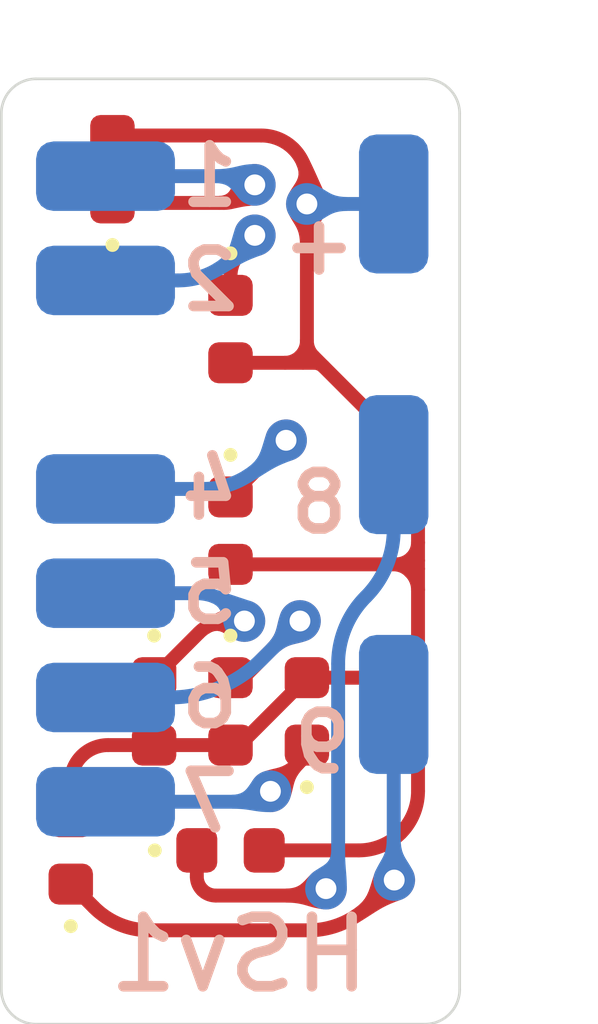
<source format=kicad_pcb>
(kicad_pcb (version 20221018) (generator pcbnew)
  (title_block (title "HS") (rev "v1"))
  (layers (0 "F.Cu" signal) (31 "B.Cu" signal) (34 "B.Paste" user) (35 "F.Paste" user) (36 "B.SilkS" user "B.Silkscreen") (37 "F.SilkS" user "F.Silkscreen") (38 "B.Mask" user) (39 "F.Mask" user) (44 "Edge.Cuts" user))
  (net 0 "")
  (net 1 "Net-(D1-Pad1)")
  (net 2 "Net-(D2-Pad1)")
  (net 3 "Net-(D1-Pad2)")
  (net 4 "Net-(J4-Pad1)")
  (net 5 "Net-(J5-Pad1)")
  (net 6 "Net-(J6-Pad1)")
  (net 7 "Net-(J7-Pad1)")
  (net 8 "Net-(J8-Pad1)")
  (net 9 "Net-(J9-Pad1)")
  (footprint "LED_SMD:LED_0402_1005Metric" (layer "F.Cu") (at 123.3 84.1)
    (fp_text reference "D9" hide)
    (fp_text value "LED_Y")
    (fp_circle (center -1.09 0) (end -1.04 0) (stroke (width 0.1)) (fill none) (layer "F.SilkS"))
    (pad "1" smd roundrect locked (at -0.485 0) (size 0.59 0.64) (layers "F.Cu" "F.Paste" "F.Mask") (net 8 "Net-(J8-Pad1)"))
    (pad "2" smd roundrect locked (at 0.485 0) (size 0.59 0.64) (layers "F.Cu" "F.Paste" "F.Mask") (net 3 "Net-(D1-Pad2)"))
  )
  (footprint "LED_SMD:LED_0402_1005Metric" (layer "F.Cu") (at 123.3 82.1 -90)
    (fp_text reference "D7" hide)
    (fp_text value "LED_W")
    (fp_circle (center -1.09 0) (end -1.04 0) (stroke (width 0.1)) (fill none) (layer "F.SilkS"))
    (pad "1" smd roundrect locked (at -0.485 0 270) (size 0.59 0.64) (layers "F.Cu" "F.Paste" "F.Mask") (net 6 "Net-(J6-Pad1)"))
    (pad "2" smd roundrect locked (at 0.485 0 270) (size 0.59 0.64) (layers "F.Cu" "F.Paste" "F.Mask") (net 3 "Net-(D1-Pad2)"))
  )
  (footprint "LED_SMD:LED_0402_1005Metric" (layer "F.Cu") (at 121.6 74.3 90)
    (fp_text reference "D1" hide)
    (fp_text value "LED_W")
    (fp_circle (center -1.09 0) (end -1.04 0) (stroke (width 0.1)) (fill none) (layer "F.SilkS"))
    (pad "1" smd roundrect locked (at -0.485 0 90) (size 0.59 0.64) (layers "F.Cu" "F.Paste" "F.Mask") (net 1 "Net-(D1-Pad1)"))
    (pad "2" smd roundrect locked (at 0.485 0 90) (size 0.59 0.64) (layers "F.Cu" "F.Paste" "F.Mask") (net 3 "Net-(D1-Pad2)"))
  )
  (footprint "LED_SMD:LED_0402_1005Metric" (layer "F.Cu") (at 124.4 82.1 90)
    (fp_text reference "D8" hide)
    (fp_text value "LED_Y")
    (fp_circle (center -1.09 0) (end -1.04 0) (stroke (width 0.1)) (fill none) (layer "F.SilkS"))
    (pad "1" smd roundrect (at -0.485 0 90) (size 0.59 0.64) (layers "F.Cu" "F.Paste" "F.Mask") (net 7 "Net-(J7-Pad1)"))
    (pad "2" smd roundrect (at 0.485 0 90) (size 0.59 0.64) (layers "F.Cu" "F.Paste" "F.Mask") (net 3 "Net-(D1-Pad2)"))
  )
  (footprint "LED_SMD:LED_0402_1005Metric" (layer "F.Cu") (at 123.3 79.5 -90)
    (fp_text reference "D3" hide)
    (fp_text value "LED_G")
    (fp_circle (center -1.09 0) (end -1.04 0) (stroke (width 0.1)) (fill none) (layer "F.SilkS"))
    (pad "1" smd roundrect (at -0.485 0 270) (size 0.59 0.64) (layers "F.Cu" "F.Paste" "F.Mask") (net 4 "Net-(J4-Pad1)"))
    (pad "2" smd roundrect (at 0.485 0 270) (size 0.59 0.64) (layers "F.Cu" "F.Paste" "F.Mask") (net 3 "Net-(D1-Pad2)"))
  )
  (footprint "LED_SMD:LED_0402_1005Metric" (layer "F.Cu") (at 122.2 82.1 -90)
    (fp_text reference "D6" hide)
    (fp_text value "LED_Y")
    (fp_circle (center -1.09 0) (end -1.04 0) (stroke (width 0.1)) (fill none) (layer "F.SilkS"))
    (pad "1" smd roundrect locked (at -0.485 0 270) (size 0.59 0.64) (layers "F.Cu" "F.Paste" "F.Mask") (net 5 "Net-(J5-Pad1)"))
    (pad "2" smd roundrect locked (at 0.485 0 270) (size 0.59 0.64) (layers "F.Cu" "F.Paste" "F.Mask") (net 3 "Net-(D1-Pad2)"))
  )
  (footprint "LED_SMD:LED_0402_1005Metric" (layer "F.Cu") (at 123.3 76.6 -90)
    (fp_text reference "D2" hide)
    (fp_text value "LED_R")
    (fp_circle (center -1.09 0) (end -1.04 0) (stroke (width 0.1)) (fill none) (layer "F.SilkS"))
    (pad "1" smd roundrect locked (at -0.485 0 270) (size 0.59 0.64) (layers "F.Cu" "F.Paste" "F.Mask") (net 2 "Net-(D2-Pad1)"))
    (pad "2" smd roundrect locked (at 0.485 0 270) (size 0.59 0.64) (layers "F.Cu" "F.Paste" "F.Mask") (net 3 "Net-(D1-Pad2)"))
  )
  (footprint "LED_SMD:LED_0402_1005Metric" (layer "F.Cu") (at 121 84.1 90)
    (fp_text reference "D10" hide)
    (fp_text value "LED_W")
    (fp_circle (center -1.09 0) (end -1.04 0) (stroke (width 0.1)) (fill none) (layer "F.SilkS"))
    (pad "1" smd roundrect locked (at -0.485 0 90) (size 0.59 0.64) (layers "F.Cu" "F.Paste" "F.Mask") (net 9 "Net-(J9-Pad1)"))
    (pad "2" smd roundrect locked (at 0.485 0 90) (size 0.59 0.64) (layers "F.Cu" "F.Paste" "F.Mask") (net 3 "Net-(D1-Pad2)"))
  )
  (footprint "Connector_Wire:SolderWirePad_1x01_SMD_1x2mm" (layer "B.Cu") (at 121.5 80.4 -90)
    (fp_text reference "J5" hide)
    (fp_text value "Zs7-3")
    (pad "1" smd roundrect (at 0 0 270) (size 1 2) (layers "B.Cu" "B.Paste" "B.Mask") (net 5 "Net-(J5-Pad1)"))
  )
  (footprint "Connector_Wire:SolderWirePad_1x01_SMD_1x2mm" (layer "B.Cu") (at 121.5 74.4 -90)
    (fp_text reference "J1" hide)
    (fp_text value "VkzBw")
    (pad "1" smd roundrect (at 0 0 270) (size 1 2) (layers "B.Cu" "B.Paste" "B.Mask") (net 1 "Net-(D1-Pad1)"))
  )
  (footprint "Connector_Wire:SolderWirePad_1x01_SMD_1x2mm" (layer "B.Cu") (at 121.5 78.9 -90)
    (fp_text reference "J4" hide)
    (fp_text value "GRÜN")
    (pad "1" smd roundrect (at 0 0 270) (size 1 2) (layers "B.Cu" "B.Paste" "B.Mask") (net 4 "Net-(J4-Pad1)"))
  )
  (footprint "Connector_Wire:SolderWirePad_1x01_SMD_1x2mm" (layer "B.Cu") (at 121.5 83.4 -90)
    (fp_text reference "J7" hide)
    (fp_text value "Zs7-1")
    (pad "1" smd roundrect (at 0 0 270) (size 1 2) (layers "B.Cu" "B.Paste" "B.Mask") (net 7 "Net-(J7-Pad1)"))
  )
  (footprint "Connector_Wire:SolderWirePad_1x01_SMD_1x2mm" (layer "B.Cu") (at 125.65 74.8 180)
    (fp_text reference "J0" hide)
    (fp_text value "VCC")
    (pad "1" smd roundrect (at 0 0 180) (size 1 2) (layers "B.Cu" "B.Paste" "B.Mask") (net 3 "Net-(D1-Pad2)"))
  )
  (footprint "Connector_Wire:SolderWirePad_1x01_SMD_1x2mm" (layer "B.Cu") (at 121.5 81.9 -90)
    (fp_text reference "J6" hide)
    (fp_text value "Ra")
    (pad "1" smd roundrect (at 0 0 270) (size 1 2) (layers "B.Cu" "B.Paste" "B.Mask") (net 6 "Net-(J6-Pad1)"))
  )
  (footprint "Connector_Wire:SolderWirePad_1x01_SMD_1x2mm" (layer "B.Cu") (at 121.5 75.9 -90)
    (fp_text reference "J2" hide)
    (fp_text value "ROT")
    (pad "1" smd roundrect (at 0 0 270) (size 1 2) (layers "B.Cu" "B.Paste" "B.Mask") (net 2 "Net-(D2-Pad1)"))
  )
  (footprint "Connector_Wire:SolderWirePad_1x01_SMD_1x2mm" (layer "B.Cu") (at 125.65 82 180)
    (fp_text reference "J9" hide)
    (fp_text value "Ra/Zs1")
    (pad "1" smd roundrect (at 0 0 180) (size 1 2) (layers "B.Cu" "B.Paste" "B.Mask") (net 9 "Net-(J9-Pad1)"))
  )
  (footprint "Connector_Wire:SolderWirePad_1x01_SMD_1x2mm" (layer "B.Cu") (at 125.65 78.55)
    (fp_text reference "J8" hide)
    (fp_text value "Zs7-2")
    (pad "1" smd roundrect (at 0 0) (size 1 2) (layers "B.Cu" "B.Paste" "B.Mask") (net 8 "Net-(J8-Pad1)"))
  )
  (gr_arc (start 126.6 86.1) (mid 126.453553 86.453553) (end 126.1 86.6) (stroke (width 0.0381)) (layer "Edge.Cuts"))
  (gr_line (start 120.5 86.6) (end 126.1 86.6) (stroke (width 0.0381)) (layer "Edge.Cuts"))
  (gr_line (start 120 86.1) (end 120 73.5) (stroke (width 0.0381)) (layer "Edge.Cuts"))
  (gr_line (start 120.5 73) (end 126.1 73) (stroke (width 0.0381)) (layer "Edge.Cuts"))
  (gr_arc (start 120.5 86.6) (mid 120.146447 86.453553) (end 120 86.1) (stroke (width 0.0381)) (layer "Edge.Cuts"))
  (gr_line (start 126.6 86.1) (end 126.6 73.5) (stroke (width 0.0381)) (layer "Edge.Cuts"))
  (gr_arc (start 126.1 73) (mid 126.453553 73.146447) (end 126.6 73.5) (stroke (width 0.0381)) (layer "Edge.Cuts"))
  (gr_arc (start 120 73.5) (mid 120.146447 73.146447) (end 120.5 73) (stroke (width 0.0381)) (layer "Edge.Cuts"))
  (gr_text "7" (at 123 83.4) (layer "B.SilkS") (effects (font (size 0.8128 0.8128) (thickness 0.1524)) (justify mirror)))
  (gr_text "1" (at 123 74.4) (layer "B.SilkS") (effects (font (size 0.8128 0.8128) (thickness 0.1524)) (justify mirror)))
  (gr_text "+" (at 124.575 75.375) (layer "B.SilkS") (effects (font (size 0.8128 0.8128) (thickness 0.1524)) (justify mirror)))
  (gr_text "9" (at 124.625 82.55) (layer "B.SilkS") (effects (font (size 0.8128 0.8128) (thickness 0.1524)) (justify mirror)))
  (gr_text "6" (at 123 81.9) (layer "B.SilkS") (effects (font (size 0.8128 0.8128) (thickness 0.1524)) (justify mirror)))
  (gr_text "HSv1" (at 123.425 85.6) (layer "B.SilkS") (effects (font (size 1 1) (thickness 0.1524)) (justify mirror)))
  (gr_text "4" (at 123 78.9) (layer "B.SilkS") (effects (font (size 0.8128 0.8128) (thickness 0.1524)) (justify mirror)))
  (gr_text "8" (at 124.575 79.1) (layer "B.SilkS") (effects (font (size 0.8128 0.8128) (thickness 0.1524)) (justify mirror)))
  (gr_text "2" (at 123 75.9) (layer "B.SilkS") (effects (font (size 0.8128 0.8128) (thickness 0.1524)) (justify mirror)))
  (gr_text "5" (at 123 80.4) (layer "B.SilkS") (effects (font (size 0.8128 0.8128) (thickness 0.1524)) (justify mirror)))
  (segment (start 123.206152 74.785) (end 121.6 74.785) (width 0.2) (layer "F.Cu") (net 1))
  (segment (start 123.52 74.655) (end 123.65 74.525) (width 0.2) (layer "F.Cu") (net 1))
  (via (at 123.65 74.525) (size 0.6) (drill 0.3) (layers "F.Cu" "B.Cu") (net 1))
  (arc (start 123.52 74.655) (mid 123.376005 74.751214) (end 123.206152 74.785) (width 0.2) (layer "F.Cu") (net 1))
  (segment (start 123.5875 74.4625) (end 123.65 74.525) (width 0.2) (layer "B.Cu") (net 1))
  (segment (start 123.436611 74.4) (end 121.5 74.4) (width 0.2) (layer "B.Cu") (net 1))
  (arc (start 123.436611 74.4) (mid 123.518271 74.416243) (end 123.5875 74.4625) (width 0.2) (layer "B.Cu") (net 1))
  (segment (start 123.65 75.251503) (end 123.475 75.426503) (width 0.2) (layer "F.Cu") (net 2))
  (segment (start 123.3 75.84899) (end 123.3 76.115) (width 0.2) (layer "F.Cu") (net 2))
  (via (at 123.65 75.251503) (size 0.6) (drill 0.3) (layers "F.Cu" "B.Cu") (net 2))
  (arc (start 123.3 75.84899) (mid 123.345481 75.620341) (end 123.475 75.426503) (width 0.2) (layer "F.Cu") (net 2))
  (segment (start 122.542946 75.9) (end 121.5 75.9) (width 0.2) (layer "B.Cu") (net 2))
  (segment (start 123.65 75.251503) (end 123.325751 75.575751) (width 0.2) (layer "B.Cu") (net 2))
  (arc (start 122.542946 75.9) (mid 122.966597 75.81573) (end 123.325751 75.575751) (width 0.2) (layer "B.Cu") (net 2))
  (segment (start 125.42625 81.615) (end 125.632972 81.615) (width 0.2) (layer "F.Cu") (net 3))
  (segment (start 123.742763 73.815) (end 121.6 73.815) (width 0.2) (layer "F.Cu") (net 3))
  (segment (start 124.4 81.615) (end 123.475961 82.539038) (width 0.2) (layer "F.Cu") (net 3))
  (segment (start 125.42625 81.615) (end 124.80375 81.615) (width 0.2) (layer "F.Cu") (net 3))
  (segment (start 122.2 82.585) (end 121.537738 82.585) (width 0.2) (layer "F.Cu") (net 3))
  (segment (start 125.74 81.615) (end 125.73875 81.615) (width 0.2) (layer "F.Cu") (net 3))
  (segment (start 125.146446 84.1) (end 123.785 84.1) (width 0.2) (layer "F.Cu") (net 3))
  (segment (start 125.73875 81.615) (end 125.73625 81.615) (width 0.2) (layer "F.Cu") (net 3))
  (segment (start 125.65 79.985) (end 125.684185 79.985) (width 0.2) (layer "F.Cu") (net 3))
  (segment (start 125.868033 81.668033) (end 125.9075 81.7075) (width 0.2) (layer "F.Cu") (net 3))
  (segment (start 124.6425 77.1425) (end 124.4925 76.9925) (width 0.2) (layer "F.Cu") (net 3))
  (segment (start 124.4 74.8) (end 124.4 74.472236) (width 0.2) (layer "F.Cu") (net 3))
  (segment (start 124.084185 77.085) (end 123.3 77.085) (width 0.2) (layer "F.Cu") (net 3))
  (segment (start 126 80.047972) (end 126 80.352027) (width 0.2) (layer "F.Cu") (net 3))
  (segment (start 124.503682 77.085) (end 124.345814 77.085) (width 0.2) (layer "F.Cu") (net 3))
  (segment (start 124.084185 77.085) (end 124.345814 77.085) (width 0.2) (layer "F.Cu") (net 3))
  (segment (start 126 81.930814) (end 126 81.669185) (width 0.2) (layer "F.Cu") (net 3))
  (segment (start 122.2 82.585) (end 123.105 82.585) (width 0.2) (layer "F.Cu") (net 3))
  (segment (start 124.80375 81.615) (end 125.42625 81.615) (width 0.2) (layer "F.Cu") (net 3))
  (segment (start 125.8925 80.0925) (end 125.880459 80.080459) (width 0.2) (layer "F.Cu") (net 3))
  (segment (start 126 83.246446) (end 126 81.930814) (width 0.2) (layer "F.Cu") (net 3))
  (segment (start 126 80.352027) (end 126 81.265407) (width 0.2) (layer "F.Cu") (net 3))
  (segment (start 126 79.930814) (end 126 79.669185) (width 0.2) (layer "F.Cu") (net 3))
  (segment (start 124.6425 77.1425) (end 125.54038 78.04038) (width 0.2) (layer "F.Cu") (net 3))
  (segment (start 126 81.265407) (end 126 81.534592) (width 0.2) (layer "F.Cu") (net 3))
  (segment (start 121 83.122738) (end 121 83.615) (width 0.2) (layer "F.Cu") (net 3))
  (segment (start 126 79.15) (end 126 79.669185) (width 0.2) (layer "F.Cu") (net 3))
  (segment (start 125.65 79.985) (end 123.3 79.985) (width 0.2) (layer "F.Cu") (net 3))
  (segment (start 126 80.047972) (end 126 79.930814) (width 0.2) (layer "F.Cu") (net 3))
  (segment (start 126 81.669185) (end 126 81.534592) (width 0.2) (layer "F.Cu") (net 3))
  (segment (start 124.80375 81.615) (end 124.4 81.615) (width 0.2) (layer "F.Cu") (net 3))
  (segment (start 125.892499 81.507499) (end 125.904828 81.495171) (width 0.2) (layer "F.Cu") (net 3))
  (segment (start 125.42625 81.615) (end 125.73625 81.615) (width 0.2) (layer "F.Cu") (net 3))
  (segment (start 124.4 74.8) (end 124.4 76.769185) (width 0.2) (layer "F.Cu") (net 3))
  (via (at 124.4 74.8) (size 0.6) (drill 0.3) (layers "F.Cu" "B.Cu") (net 3))
  (arc (start 125.9075 79.8925) (mid 125.805042 79.96096) (end 125.684185 79.985) (width 0.2) (layer "F.Cu") (net 3))
  (arc (start 124.4 74.472236) (mid 124.34997 74.220722) (end 124.2075 74.0075) (width 0.2) (layer "F.Cu") (net 3))
  (arc (start 126 83.246446) (mid 125.935027 83.573087) (end 125.75 83.85) (width 0.2) (layer "F.Cu") (net 3))
  (arc (start 125.9075 79.8925) (mid 125.96655 79.880753) (end 126 79.930814) (width 0.2) (layer "F.Cu") (net 3))
  (arc (start 126 81.534592) (mid 125.965584 81.483085) (end 125.904828 81.495171) (width 0.2) (layer "F.Cu") (net 3))
  (arc (start 126 79.15) (mid 125.880548 78.549478) (end 125.54038 78.04038) (width 0.2) (layer "F.Cu") (net 3))
  (arc (start 124.4 76.769185) (mid 124.37596 76.890042) (end 124.3075 76.9925) (width 0.2) (layer "F.Cu") (net 3))
  (arc (start 125.892499 81.507499) (mid 125.773427 81.587061) (end 125.632972 81.615) (width 0.2) (layer "F.Cu") (net 3))
  (arc (start 125.904828 81.495171) (mid 125.975265 81.389754) (end 126 81.265407) (width 0.2) (layer "F.Cu") (net 3))
  (arc (start 124.6425 77.1425) (mid 124.578809 77.099943) (end 124.503682 77.085) (width 0.2) (layer "F.Cu") (net 3))
  (arc (start 123.742763 73.815) (mid 123.994277 73.865029) (end 124.2075 74.0075) (width 0.2) (layer "F.Cu") (net 3))
  (arc (start 124.4 76.769185) (mid 124.424039 76.890042) (end 124.4925 76.9925) (width 0.2) (layer "F.Cu") (net 3))
  (arc (start 124.084185 77.085) (mid 124.205042 77.06096) (end 124.3075 76.9925) (width 0.2) (layer "F.Cu") (net 3))
  (arc (start 126 80.047972) (mid 125.961126 80.10615) (end 125.8925 80.0925) (width 0.2) (layer "F.Cu") (net 3))
  (arc (start 126 81.669185) (mid 125.96655 81.719245) (end 125.9075 81.7075) (width 0.2) (layer "F.Cu") (net 3))
  (arc (start 126 81.930814) (mid 125.97596 81.809957) (end 125.9075 81.7075) (width 0.2) (layer "F.Cu") (net 3))
  (arc (start 124.345814 77.085) (mid 124.295753 77.05155) (end 124.3075 76.9925) (width 0.2) (layer "F.Cu") (net 3))
  (arc (start 125.42625 81.615) (mid 125.42625 81.615) (end 125.42625 81.615) (width 0.2) (layer "F.Cu") (net 3))
  (arc (start 125.146446 84.1) (mid 125.473087 84.035027) (end 125.75 83.85) (width 0.2) (layer "F.Cu") (net 3))
  (arc (start 121.537738 82.585) (mid 121.331954 82.625932) (end 121.1575 82.7425) (width 0.2) (layer "F.Cu") (net 3))
  (arc (start 125.868033 81.668033) (mid 125.80929 81.628782) (end 125.74 81.615) (width 0.2) (layer "F.Cu") (net 3))
  (arc (start 121.1575 82.7425) (mid 121.040932 82.916954) (end 121 83.122738) (width 0.2) (layer "F.Cu") (net 3))
  (arc (start 125.8925 80.0925) (mid 125.972061 80.211572) (end 126 80.352027) (width 0.2) (layer "F.Cu") (net 3))
  (arc (start 125.9075 79.8925) (mid 125.97596 79.790042) (end 126 79.669185) (width 0.2) (layer "F.Cu") (net 3))
  (arc (start 124.4925 76.9925) (mid 124.4 76.954185) (end 124.3075 76.9925) (width 0.2) (layer "F.Cu") (net 3))
  (arc (start 125.65 79.985) (mid 125.774723 80.009808) (end 125.880459 80.080459) (width 0.2) (layer "F.Cu") (net 3))
  (segment (start 124.4 74.8) (end 125.4 74.8) (width 0.2) (layer "B.Cu") (net 3))
  (segment (start 124.1 78.2) (end 123.305303 78.994696) (width 0.2) (layer "F.Cu") (net 4))
  (via (at 124.1 78.2) (size 0.6) (drill 0.3) (layers "F.Cu" "B.Cu") (net 4))
  (segment (start 124.1 78.2) (end 123.75 78.55) (width 0.2) (layer "B.Cu") (net 4))
  (segment (start 122.905025 78.9) (end 121.5 78.9) (width 0.2) (layer "B.Cu") (net 4))
  (arc (start 122.905025 78.9) (mid 123.362322 78.809037) (end 123.75 78.55) (width 0.2) (layer "B.Cu") (net 4))
  (segment (start 122.843526 80.971473) (end 122.2 81.615) (width 0.2) (layer "F.Cu") (net 5))
  (segment (start 123.5 80.8) (end 123.2575 80.8) (width 0.2) (layer "F.Cu") (net 5))
  (via (at 123.5 80.8) (size 0.6) (drill 0.3) (layers "F.Cu" "B.Cu") (net 5))
  (arc (start 122.843526 80.971473) (mid 123.033459 80.844564) (end 123.2575 80.8) (width 0.2) (layer "F.Cu") (net 5))
  (segment (start 122.817157 80.4) (end 121.5 80.4) (width 0.2) (layer "B.Cu") (net 5))
  (segment (start 123.5 80.8) (end 123.3 80.6) (width 0.2) (layer "B.Cu") (net 5))
  (arc (start 122.817157 80.4) (mid 123.078469 80.451978) (end 123.3 80.6) (width 0.2) (layer "B.Cu") (net 5))
  (segment (start 124.3 80.8) (end 123.550407 81.549592) (width 0.2) (layer "F.Cu") (net 6))
  (via (at 124.3 80.8) (size 0.6) (drill 0.3) (layers "F.Cu" "B.Cu") (net 6))
  (arc (start 123.550407 81.549592) (mid 123.477958 81.598001) (end 123.3925 81.615) (width 0.2) (layer "F.Cu") (net 6))
  (segment (start 122.422182 81.9) (end 121.5 81.9) (width 0.2) (layer "B.Cu") (net 6))
  (segment (start 124.3 80.8) (end 123.75 81.35) (width 0.2) (layer "B.Cu") (net 6))
  (arc (start 123.75 81.35) (mid 123.140792 81.757059) (end 122.422182 81.9) (width 0.2) (layer "B.Cu") (net 6))
  (segment (start 123.875 83.25) (end 124.350502 82.774497) (width 0.2) (layer "F.Cu") (net 7))
  (via (at 123.875 83.25) (size 0.6) (drill 0.3) (layers "F.Cu" "B.Cu") (net 7))
  (segment (start 123.618933 83.4) (end 121.5 83.4) (width 0.2) (layer "B.Cu") (net 7))
  (segment (start 123.8 83.325) (end 123.875 83.25) (width 0.2) (layer "B.Cu") (net 7))
  (arc (start 123.618933 83.4) (mid 123.716925 83.380508) (end 123.8 83.325) (width 0.2) (layer "B.Cu") (net 7))
  (segment (start 124.504289 84.75) (end 123.088137 84.75) (width 0.2) (layer "F.Cu") (net 8))
  (segment (start 122.815 84.476862) (end 122.815 84.1) (width 0.2) (layer "F.Cu") (net 8))
  (segment (start 124.625 84.7) (end 124.675 84.65) (width 0.2) (layer "F.Cu") (net 8))
  (via (at 124.675 84.65) (size 0.6) (drill 0.3) (layers "F.Cu" "B.Cu") (net 8))
  (arc (start 123.088137 84.75) (mid 122.983612 84.729208) (end 122.895 84.67) (width 0.2) (layer "F.Cu") (net 8))
  (arc (start 122.815 84.476862) (mid 122.835791 84.581387) (end 122.895 84.67) (width 0.2) (layer "F.Cu") (net 8))
  (arc (start 124.504289 84.75) (mid 124.569617 84.737005) (end 124.625 84.7) (width 0.2) (layer "F.Cu") (net 8))
  (segment (start 124.85 84.351256) (end 124.85 81.415685) (width 0.2) (layer "B.Cu") (net 8))
  (segment (start 124.7625 84.5625) (end 124.675 84.65) (width 0.2) (layer "B.Cu") (net 8))
  (segment (start 125.65 79.484314) (end 125.65 78.55) (width 0.2) (layer "B.Cu") (net 8))
  (arc (start 125.25 80.45) (mid 125.546043 80.006939) (end 125.65 79.484314) (width 0.2) (layer "B.Cu") (net 8))
  (arc (start 125.25 80.45) (mid 124.953956 80.89306) (end 124.85 81.415685) (width 0.2) (layer "B.Cu") (net 8))
  (arc (start 124.7625 84.5625) (mid 124.827259 84.46558) (end 124.85 84.351256) (width 0.2) (layer "B.Cu") (net 8))
  (segment (start 122.135226 85.25) (end 124.422449 85.25) (width 0.2) (layer "F.Cu") (net 9))
  (segment (start 121.3325 84.9175) (end 121 84.585) (width 0.2) (layer "F.Cu") (net 9))
  (segment (start 125.657307 84.526637) (end 125.295625 84.888318) (width 0.2) (layer "F.Cu") (net 9))
  (via (at 125.657307 84.526637) (size 0.6) (drill 0.3) (layers "F.Cu" "B.Cu") (net 9))
  (arc (start 122.135226 85.25) (mid 121.700793 85.163586) (end 121.3325 84.9175) (width 0.2) (layer "F.Cu") (net 9))
  (arc (start 124.422449 85.25) (mid 124.895008 85.156001) (end 125.295625 84.888318) (width 0.2) (layer "F.Cu") (net 9))
  (segment (start 125.657307 84.526637) (end 125.653653 84.522983) (width 0.2) (layer "B.Cu") (net 9))
  (segment (start 125.65 84.514163) (end 125.65 82) (width 0.2) (layer "B.Cu") (net 9))
  (arc (start 125.653653 84.522983) (mid 125.650949 84.518936) (end 125.65 84.514163) (width 0.2) (layer "B.Cu") (net 9))
  (zone (net 1) (net_name "Net-(D1-Pad1)") (layer "F.Cu") (priority 16962) (connect_pads yes (clearance 0)) (min_thickness 0.0254) (fill yes (thermal_gap 0.508) (thermal_bridge_width 0.508))
    (polygon (pts (xy 123.12475 74.885) (xy 123.197623 74.88332) (xy 123.25931 74.87876) (xy 123.312309 74.872039) (xy 123.359121 74.86388) (xy 123.402243 74.855) (xy 123.444176 74.84612) (xy 123.487419 74.83796) (xy 123.534471 74.83124) (xy 123.587832 74.82668) (xy 123.65 74.825) (xy 123.769803 74.434739) (xy 123.383087 74.388043) (xy 123.362609 74.432523) (xy 123.345787 74.476077) (xy 123.330803 74.51782) (xy 123.31584 74.556866) (xy 123.29908 74.592333) (xy 123.278708 74.623334) (xy 123.252906 74.648986) (xy 123.219857 74.668404) (xy 123.177743 74.680703) (xy 123.12475 74.685)))
  )
  (zone (net 3) (net_name "Net-(D1-Pad2)") (layer "F.Cu") (priority 16962) (connect_pads yes (clearance 0)) (min_thickness 0.0254) (fill yes (thermal_gap 0.508) (thermal_bridge_width 0.508))
    (polygon (pts (xy 124.5 75.39) (xy 124.50231 75.322701) (xy 124.508971 75.2662) (xy 124.519574 75.218229) (xy 124.533713 75.17652) (xy 124.550981 75.138806) (xy 124.57097 75.102817) (xy 124.593274 75.066286) (xy 124.617485 75.026946) (xy 124.643196 74.982529) (xy 124.67 74.930766) (xy 124.4 74.65) (xy 124.13 74.930766) (xy 124.156803 74.982529) (xy 124.182514 75.026946) (xy 124.206725 75.066286) (xy 124.229029 75.102817) (xy 124.249018 75.138806) (xy 124.266286 75.17652) (xy 124.280425 75.218229) (xy 124.291028 75.2662) (xy 124.297689 75.322701) (xy 124.3 75.39)))
  )
  (zone (net 4) (net_name "Net-(J4-Pad1)") (layer "F.Cu") (priority 16962) (connect_pads yes (clearance 0)) (min_thickness 0.0254) (fill yes (thermal_gap 0.508) (thermal_bridge_width 0.508))
    (polygon (pts (xy 123.753518 78.687902) (xy 123.802738 78.641948) (xy 123.8474 78.606706) (xy 123.888818 78.580284) (xy 123.928308 78.560789) (xy 123.967186 78.546331) (xy 124.006769 78.535018) (xy 124.04837 78.524958) (xy 124.093307 78.51426) (xy 124.142895 78.501033) (xy 124.198451 78.483385) (xy 124.206066 78.093935) (xy 123.816616 78.101547) (xy 123.798967 78.157102) (xy 123.785739 78.20669) (xy 123.775041 78.251627) (xy 123.764981 78.293229) (xy 123.753668 78.332811) (xy 123.73921 78.371689) (xy 123.719715 78.41118) (xy 123.693292 78.452598) (xy 123.65805 78.497259) (xy 123.612097 78.546481)))
  )
  (zone (net 3) (net_name "Net-(D1-Pad2)") (layer "F.Cu") (priority 16962) (connect_pads yes (clearance 0)) (min_thickness 0.0254) (fill yes (thermal_gap 0.508) (thermal_bridge_width 0.508))
    (polygon (pts (xy 124.24295 74.226622) (xy 124.266535 74.284116) (xy 124.277984 74.334605) (xy 124.278942 74.379614) (xy 124.271052 74.420667) (xy 124.25596 74.459286) (xy 124.235308 74.496997) (xy 124.210742 74.535324) (xy 124.183906 74.575789) (xy 124.156443 74.619918) (xy 124.13 74.669234) (xy 124.4 74.95) (xy 124.669285 74.667769) (xy 124.639264 74.605886) (xy 124.613961 74.552331) (xy 124.592052 74.504726) (xy 124.572213 74.460696) (xy 124.553118 74.417862) (xy 124.533444 74.373849) (xy 124.511867 74.32628) (xy 124.487062 74.272778) (xy 124.457705 74.210966) (xy 124.422472 74.138468)))
  )
  (zone (net 2) (net_name "Net-(D2-Pad1)") (layer "F.Cu") (priority 16962) (connect_pads yes (clearance 0)) (min_thickness 0.0254) (fill yes (thermal_gap 0.508) (thermal_bridge_width 0.508))
    (polygon (pts (xy 123.408294 75.758517) (xy 123.423027 75.703578) (xy 123.443861 75.6616) (xy 123.470229 75.630396) (xy 123.501564 75.607776) (xy 123.537299 75.591551) (xy 123.576868 75.579533) (xy 123.619703 75.569533) (xy 123.665238 75.559363) (xy 123.712906 75.546833) (xy 123.762141 75.529755) (xy 123.750772 75.140396) (xy 123.355003 75.196947) (xy 123.3421 75.259712) (xy 123.328687 75.313238) (xy 123.314834 75.360136) (xy 123.300615 75.403016) (xy 123.286101 75.44449) (xy 123.271364 75.487168) (xy 123.256476 75.533662) (xy 123.24151 75.586582) (xy 123.226537 75.64854) (xy 123.21163 75.722147)))
  )
  (zone (net 9) (net_name "Net-(J9-Pad1)") (layer "F.Cu") (priority 16962) (connect_pads yes (clearance 0)) (min_thickness 0.0254) (fill yes (thermal_gap 0.508) (thermal_bridge_width 0.508))
    (polygon (pts (xy 125.111554 85.158371) (xy 125.19786 85.105439) (xy 125.270752 85.059358) (xy 125.333436 85.019067) (xy 125.389118 84.983506) (xy 125.441005 84.951611) (xy 125.492304 84.922324) (xy 125.546222 84.894582) (xy 125.605966 84.867325) (xy 125.674742 84.839492) (xy 125.755758 84.810022) (xy 125.763373 84.420572) (xy 125.373923 84.428184) (xy 125.348772 84.504332) (xy 125.327584 84.572718) (xy 125.307923 84.634566) (xy 125.287351 84.691096) (xy 125.263431 84.743533) (xy 125.233726 84.793097) (xy 125.195798 84.841012) (xy 125.147211 84.888499) (xy 125.085526 84.936782) (xy 125.008308 84.987083)))
  )
  (zone (net 8) (net_name "Net-(J8-Pad1)") (layer "F.Cu") (priority 16962) (connect_pads yes (clearance 0)) (min_thickness 0.0254) (fill yes (thermal_gap 0.508) (thermal_bridge_width 0.508))
    (polygon (pts (xy 124.084289 84.85) (xy 124.161864 84.851967) (xy 124.227353 84.857431) (xy 124.283447 84.86573) (xy 124.332839 84.876207) (xy 124.378219 84.888201) (xy 124.42228 84.901052) (xy 124.467713 84.914103) (xy 124.517212 84.926693) (xy 124.573466 84.938162) (xy 124.63917 84.947852) (xy 124.816842 84.601209) (xy 124.46352 84.437219) (xy 124.426919 84.474834) (xy 124.394617 84.509375) (xy 124.364892 84.540632) (xy 124.336022 84.568398) (xy 124.306283 84.592464) (xy 124.273954 84.612621) (xy 124.237312 84.628661) (xy 124.194635 84.640377) (xy 124.144202 84.647559) (xy 124.084289 84.65)))
  )
  (zone (net 7) (net_name "Net-(J7-Pad1)") (layer "F.Cu") (priority 16962) (connect_pads yes (clearance 0)) (min_thickness 0.0254) (fill yes (thermal_gap 0.508) (thermal_bridge_width 0.508))
    (polygon (pts (xy 124.221481 82.762097) (xy 124.172259 82.80805) (xy 124.127598 82.843292) (xy 124.08618 82.869715) (xy 124.046689 82.88921) (xy 124.007811 82.903668) (xy 123.968229 82.914981) (xy 123.926627 82.925041) (xy 123.88169 82.935739) (xy 123.832102 82.948967) (xy 123.776547 82.966616) (xy 123.768935 83.356066) (xy 124.158385 83.348451) (xy 124.176033 83.292895) (xy 124.18926 83.243307) (xy 124.199958 83.19837) (xy 124.210018 83.156769) (xy 124.221331 83.117186) (xy 124.235789 83.078308) (xy 124.255284 83.038818) (xy 124.281706 82.9974) (xy 124.316948 82.952738) (xy 124.362902 82.903518)))
  )
  (zone (net 5) (net_name "Net-(J5-Pad1)") (layer "F.Cu") (priority 16962) (connect_pads yes (clearance 0)) (min_thickness 0.0254) (fill yes (thermal_gap 0.508) (thermal_bridge_width 0.508))
    (polygon (pts (xy 122.977449 80.988922) (xy 123.025596 80.96043) (xy 123.06911 80.945451) (xy 123.109094 80.942019) (xy 123.146654 80.948169) (xy 123.182897 80.961936) (xy 123.218927 80.981355) (xy 123.255852 81.004462) (xy 123.294775 81.029292) (xy 123.336803 81.05388) (xy 123.383043 81.076262) (xy 123.649808 80.792421) (xy 123.326934 80.554954) (xy 123.274474 80.590388) (xy 123.227974 80.618843) (xy 123.185696 80.642239) (xy 123.145904 80.662494) (xy 123.10686 80.681528) (xy 123.066828 80.701261) (xy 123.02407 80.723611) (xy 122.976849 80.750497) (xy 122.923429 80.78384) (xy 122.862073 80.825558)))
  )
  (zone (net 6) (net_name "Net-(J6-Pad1)") (layer "F.Cu") (priority 16962) (connect_pads yes (clearance 0)) (min_thickness 0.0254) (fill yes (thermal_gap 0.508) (thermal_bridge_width 0.508))
    (polygon (pts (xy 123.953518 81.287902) (xy 124.002738 81.241948) (xy 124.0474 81.206706) (xy 124.088818 81.180284) (xy 124.128308 81.160789) (xy 124.167186 81.146331) (xy 124.206769 81.135018) (xy 124.24837 81.124958) (xy 124.293307 81.11426) (xy 124.342895 81.101033) (xy 124.398451 81.083385) (xy 124.406066 80.693935) (xy 124.016616 80.701547) (xy 123.998967 80.757102) (xy 123.985739 80.80669) (xy 123.975041 80.851627) (xy 123.964981 80.893229) (xy 123.953668 80.932811) (xy 123.93921 80.971689) (xy 123.919715 81.01118) (xy 123.893292 81.052598) (xy 123.85805 81.097259) (xy 123.812097 81.146481)))
  )
  (zone (net 6) (net_name "Net-(J6-Pad1)") (layer "B.Cu") (priority 16962) (connect_pads yes (clearance 0)) (min_thickness 0.0254) (fill yes (thermal_gap 0.508) (thermal_bridge_width 0.508))
    (polygon (pts (xy 123.953519 81.287902) (xy 124.002739 81.241948) (xy 124.047401 81.206706) (xy 124.088819 81.180284) (xy 124.128309 81.160789) (xy 124.167187 81.146331) (xy 124.20677 81.135018) (xy 124.248371 81.124958) (xy 124.293308 81.11426) (xy 124.342896 81.101033) (xy 124.398452 81.083385) (xy 124.406066 80.693934) (xy 124.016615 80.701548) (xy 123.998966 80.757103) (xy 123.985739 80.806691) (xy 123.975041 80.851628) (xy 123.964981 80.893229) (xy 123.953668 80.932812) (xy 123.93921 80.97169) (xy 123.919715 81.01118) (xy 123.893293 81.052598) (xy 123.858051 81.09726) (xy 123.812098 81.146481)))
  )
  (zone (net 7) (net_name "Net-(J7-Pad1)") (layer "B.Cu") (priority 16962) (connect_pads yes (clearance 0)) (min_thickness 0.0254) (fill yes (thermal_gap 0.508) (thermal_bridge_width 0.508))
    (polygon (pts (xy 123.308933 83.5) (xy 123.387306 83.5014) (xy 123.453726 83.5052) (xy 123.51086 83.510799) (xy 123.561378 83.5176) (xy 123.607949 83.525) (xy 123.65324 83.5324) (xy 123.699922 83.5392) (xy 123.750664 83.5448) (xy 123.808133 83.5486) (xy 123.875 83.55) (xy 124.005665 83.176336) (xy 123.628492 83.079022) (xy 123.601921 83.118179) (xy 123.577769 83.154104) (xy 123.554681 83.186587) (xy 123.5313 83.215419) (xy 123.50627 83.24039) (xy 123.478235 83.261291) (xy 123.44584 83.277912) (xy 123.407729 83.290043) (xy 123.362545 83.297475) (xy 123.308933 83.3)))
  )
  (zone (net 3) (net_name "Net-(D1-Pad2)") (layer "B.Cu") (priority 16962) (connect_pads yes (clearance 0)) (min_thickness 0.0254) (fill yes (thermal_gap 0.508) (thermal_bridge_width 0.508))
    (polygon (pts (xy 124.99 74.7) (xy 124.922701 74.697689) (xy 124.8662 74.691028) (xy 124.818229 74.680425) (xy 124.77652 74.666286) (xy 124.738806 74.649018) (xy 124.702817 74.629029) (xy 124.666286 74.606725) (xy 124.626946 74.582514) (xy 124.582529 74.556803) (xy 124.530766 74.53) (xy 124.25 74.8) (xy 124.530766 75.07) (xy 124.582529 75.043196) (xy 124.626946 75.017485) (xy 124.666286 74.993274) (xy 124.702817 74.97097) (xy 124.738806 74.950981) (xy 124.77652 74.933713) (xy 124.818229 74.919574) (xy 124.8662 74.908971) (xy 124.922701 74.90231) (xy 124.99 74.9)))
  )
  (zone (net 4) (net_name "Net-(J4-Pad1)") (layer "B.Cu") (priority 16962) (connect_pads yes (clearance 0)) (min_thickness 0.0254) (fill yes (thermal_gap 0.508) (thermal_bridge_width 0.508))
    (polygon (pts (xy 123.564527 78.819481) (xy 123.649524 78.768374) (xy 123.72136 78.723974) (xy 123.783169 78.685224) (xy 123.838087 78.651067) (xy 123.889249 78.620445) (xy 123.93979 78.592303) (xy 123.992845 78.565582) (xy 124.05155 78.539227) (xy 124.119041 78.51218) (xy 124.198452 78.483385) (xy 124.206066 78.093934) (xy 123.816615 78.101548) (xy 123.792214 78.17582) (xy 123.771836 78.242696) (xy 123.753056 78.303308) (xy 123.733449 78.358789) (xy 123.71059 78.410271) (xy 123.682056 78.458888) (xy 123.645422 78.505773) (xy 123.598263 78.552058) (xy 123.538154 78.598876) (xy 123.462673 78.647361)))
  )
  (zone (net 1) (net_name "Net-(D1-Pad1)") (layer "B.Cu") (priority 16962) (connect_pads yes (clearance 0)) (min_thickness 0.0254) (fill yes (thermal_gap 0.508) (thermal_bridge_width 0.508))
    (polygon (pts (xy 123.076611 74.5) (xy 123.13241 74.502473) (xy 123.179388 74.509755) (xy 123.219054 74.521638) (xy 123.252919 74.537913) (xy 123.282491 74.558373) (xy 123.30928 74.58281) (xy 123.334796 74.611017) (xy 123.360549 74.642785) (xy 123.388048 74.677906) (xy 123.418803 74.716174) (xy 123.786416 74.587373) (xy 123.643347 74.225074) (xy 123.576171 74.228481) (xy 123.518573 74.234935) (xy 123.467836 74.243634) (xy 123.421243 74.253775) (xy 123.376079 74.264557) (xy 123.329627 74.275177) (xy 123.27917 74.284834) (xy 123.221993 74.292724) (xy 123.155378 74.298047) (xy 123.076611 74.3)))
  )
  (zone (net 5) (net_name "Net-(J5-Pad1)") (layer "B.Cu") (priority 16962) (connect_pads yes (clearance 0)) (min_thickness 0.0254) (fill yes (thermal_gap 0.508) (thermal_bridge_width 0.508))
    (polygon (pts (xy 122.998712 80.528997) (xy 123.053167 80.551178) (xy 123.094515 80.577141) (xy 123.124963 80.606732) (xy 123.146714 80.639796) (xy 123.161973 80.676181) (xy 123.172945 80.715732) (xy 123.181836 80.758295) (xy 123.190849 80.803718) (xy 123.20219 80.851846) (xy 123.218064 80.902526) (xy 123.607583 80.904526) (xy 123.593449 80.514926) (xy 123.530702 80.494317) (xy 123.476689 80.476501) (xy 123.428925 80.460683) (xy 123.384928 80.446065) (xy 123.342216 80.43185) (xy 123.298304 80.417242) (xy 123.250711 80.401445) (xy 123.196953 80.383661) (xy 123.134546 80.363095) (xy 123.06101 80.338949)))
  )
  (zone (net 8) (net_name "Net-(J8-Pad1)") (layer "B.Cu") (priority 16962) (connect_pads yes (clearance 0)) (min_thickness 0.0254) (fill yes (thermal_gap 0.508) (thermal_bridge_width 0.508))
    (polygon (pts (xy 124.75 84.095889) (xy 124.746601 84.150918) (xy 124.736786 84.196117) (xy 124.721127 84.233199) (xy 124.700197 84.263875) (xy 124.674567 84.289857) (xy 124.64481 84.312858) (xy 124.611498 84.33459) (xy 124.575204 84.356763) (xy 124.536498 84.381092) (xy 124.495955 84.409287) (xy 124.605702 84.783032) (xy 124.975 84.65) (xy 124.9743 84.584688) (xy 124.9724 84.528473) (xy 124.969599 84.478768) (xy 124.9662 84.432987) (xy 124.9625 84.388544) (xy 124.9588 84.342853) (xy 124.9554 84.293328) (xy 124.9526 84.237383) (xy 124.9507 84.172432) (xy 124.95 84.095889)))
  )
  (zone (net 9) (net_name "Net-(J9-Pad1)") (layer "B.Cu") (priority 16962) (connect_pads yes (clearance 0)) (min_thickness 0.0254) (fill yes (thermal_gap 0.508) (thermal_bridge_width 0.508))
    (polygon (pts (xy 125.55 83.924163) (xy 125.547763 83.993768) (xy 125.54131 84.05229) (xy 125.531027 84.10207) (xy 125.517299 84.14545) (xy 125.500514 84.184771) (xy 125.481057 84.222374) (xy 125.459313 84.2606) (xy 125.43567 84.30179) (xy 125.410513 84.348286) (xy 125.384228 84.402429) (xy 125.660929 84.676593) (xy 125.92407 84.389388) (xy 125.895726 84.337451) (xy 125.868879 84.292763) (xy 125.843878 84.253055) (xy 125.821074 84.216062) (xy 125.800817 84.179516) (xy 125.783457 84.141151) (xy 125.769345 84.0987) (xy 125.758831 84.049896) (xy 125.752266 83.992472) (xy 125.75 83.924163)))
  )
  (zone (net 2) (net_name "Net-(D2-Pad1)") (layer "B.Cu") (priority 16962) (connect_pads yes (clearance 0)) (min_thickness 0.0254) (fill yes (thermal_gap 0.508) (thermal_bridge_width 0.508))
    (polygon (pts (xy 123.13684 75.843786) (xy 123.219014 75.796756) (xy 123.288571 75.756106) (xy 123.348489 75.720789) (xy 123.401752 75.689757) (xy 123.451337 75.661962) (xy 123.500228 75.636357) (xy 123.551404 75.611895) (xy 123.607846 75.587528) (xy 123.672534 75.562208) (xy 123.748451 75.534888) (xy 123.756066 75.145438) (xy 123.366616 75.15305) (xy 123.343876 75.223157) (xy 123.325281 75.286677) (xy 123.308436 75.344541) (xy 123.290947 75.397683) (xy 123.27042 75.447038) (xy 123.244462 75.493538) (xy 123.210679 75.538118) (xy 123.166676 75.581711) (xy 123.110059 75.62525) (xy 123.038436 75.66967)))
  )
)
</source>
